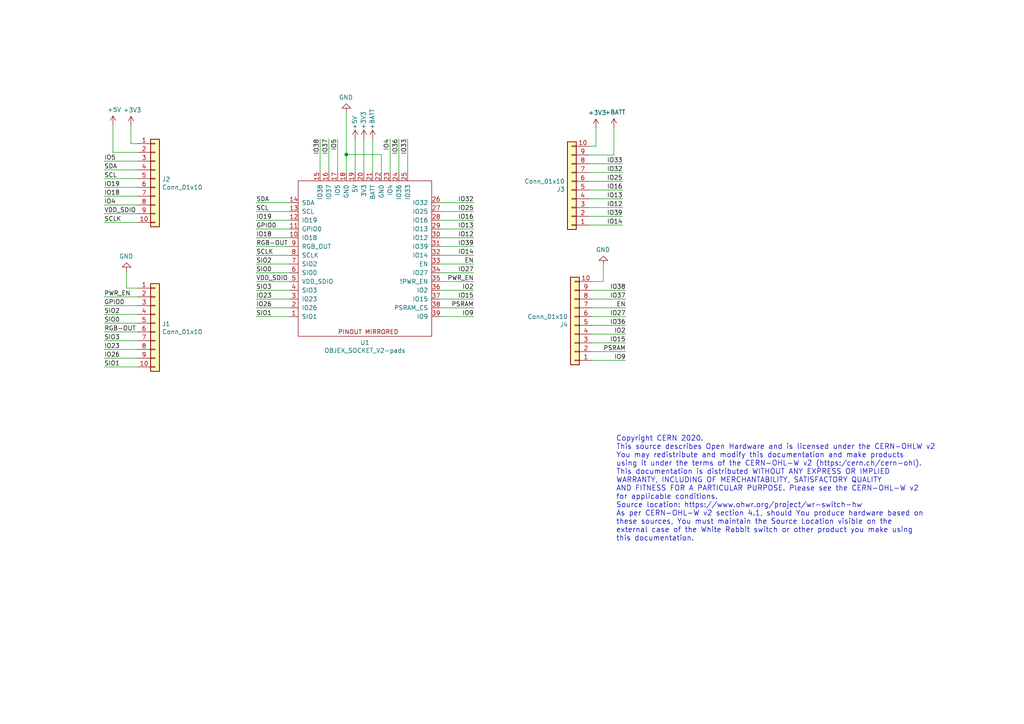
<source format=kicad_sch>
(kicad_sch (version 20211123) (generator eeschema)
  (paper "A4")
  (title_block (title "ProtoBoard for OBJEX Link ") (date "2021-11-04") (rev "2.0") (company "OBJEX") (comment 1 "Designer: Salvatore Raccardi"))
  (lib_symbols
    (symbol "Connector:OBJEX_SOCKET_V2-pads" (pin_names (offset 1.016))
      (property "Reference" "U" (at 0 1.905 0))
      (property "Value" "Connector_OBJEX_SOCKET_V2-pads" (at 0 1.905 0))
      (symbol "OBJEX_SOCKET_V2-pads_0_0"
        (text "PINOUT MIRRORED" (at 1.27 -52.705 0) (effects (font (size 1.27 1.27))))
      )
      (symbol "OBJEX_SOCKET_V2-pads_0_1"
        (rectangle (start -19.05 -8.89) (end 19.685 -53.975))
      )
      (symbol "OBJEX_SOCKET_V2-pads_1_1"
        (pin input line (at -21.59 -48.26 0) (length 2.54) (name "SIO1") (number "1"))
        (pin input line (at -21.59 -25.4 0) (length 2.54) (name "IO18") (number "10"))
        (pin input line (at -21.59 -22.86 0) (length 2.54) (name "GPIO0") (number "11"))
        (pin input line (at -21.59 -20.32 0) (length 2.54) (name "IO19") (number "12"))
        (pin input line (at -21.59 -17.78 0) (length 2.54) (name "SCL") (number "13"))
        (pin input line (at -21.59 -15.24 0) (length 2.54) (name "SDA") (number "14"))
        (pin input line (at -12.7 -6.35 270) (length 2.54) (name "IO38") (number "15"))
        (pin input line (at -10.16 -6.35 270) (length 2.54) (name "IO37") (number "16"))
        (pin input line (at -7.62 -6.35 270) (length 2.54) (name "IO5") (number "17"))
        (pin input line (at -5.08 -6.35 270) (length 2.54) (name "GND") (number "18"))
        (pin input line (at -2.54 -6.35 270) (length 2.54) (name "5V") (number "19"))
        (pin input line (at -21.59 -45.72 0) (length 2.54) (name "IO26") (number "2"))
        (pin input line (at 0 -6.35 270) (length 2.54) (name "3V3") (number "20"))
        (pin input line (at 2.54 -6.35 270) (length 2.54) (name "BATT") (number "21"))
        (pin input line (at 5.08 -6.35 270) (length 2.54) (name "GND") (number "22"))
        (pin input line (at 7.62 -6.35 270) (length 2.54) (name "IO4") (number "23"))
        (pin input line (at 10.16 -6.35 270) (length 2.54) (name "IO36") (number "24"))
        (pin input line (at 12.7 -6.35 270) (length 2.54) (name "IO33") (number "25"))
        (pin input line (at 22.225 -15.24 180) (length 2.54) (name "IO32") (number "26"))
        (pin input line (at 22.225 -17.78 180) (length 2.54) (name "IO25") (number "27"))
        (pin input line (at 22.225 -20.32 180) (length 2.54) (name "IO16") (number "28"))
        (pin input line (at 22.225 -22.86 180) (length 2.54) (name "IO13") (number "29"))
        (pin input line (at -21.59 -43.18 0) (length 2.54) (name "IO23") (number "3"))
        (pin input line (at 22.225 -25.4 180) (length 2.54) (name "IO12") (number "30"))
        (pin input line (at 22.225 -27.94 180) (length 2.54) (name "IO39") (number "31"))
        (pin input line (at 22.225 -30.48 180) (length 2.54) (name "IO14") (number "32"))
        (pin input line (at 22.225 -33.02 180) (length 2.54) (name "EN") (number "33"))
        (pin input line (at 22.225 -35.56 180) (length 2.54) (name "IO27") (number "34"))
        (pin input line (at 22.225 -38.1 180) (length 2.54) (name "!PWR_EN") (number "35"))
        (pin input line (at 22.225 -40.64 180) (length 2.54) (name "IO2") (number "36"))
        (pin input line (at 22.225 -43.18 180) (length 2.54) (name "IO15") (number "37"))
        (pin input line (at 22.225 -45.72 180) (length 2.54) (name "PSRAM_CS") (number "38"))
        (pin input line (at 22.225 -48.26 180) (length 2.54) (name "IO9") (number "39"))
        (pin input line (at -21.59 -40.64 0) (length 2.54) (name "SIO3~{}") (number "4"))
        (pin input line (at -21.59 -38.1 0) (length 2.54) (name "VDD_SDIO") (number "5"))
        (pin input line (at -21.59 -35.56 0) (length 2.54) (name "SIO0") (number "6"))
        (pin input line (at -21.59 -33.02 0) (length 2.54) (name "SIO2") (number "7"))
        (pin input line (at -21.59 -30.48 0) (length 2.54) (name "SCLK") (number "8"))
        (pin input line (at -21.59 -27.94 0) (length 2.54) (name "RGB_OUT") (number "9"))
      )
    )
    (symbol "Connector_Generic:Conn_01x10" (pin_names (offset 1.016) hide)
      (property "Reference" "J" (at 0 12.7 0))
      (property "Value" "Conn_01x10" (at 0 -15.24 0))
      (symbol "Conn_01x10_1_1"
        (rectangle (start -1.27 -12.573) (end 0 -12.827) (stroke (width 0.1524)))
        (rectangle (start -1.27 -10.033) (end 0 -10.287) (stroke (width 0.1524)))
        (rectangle (start -1.27 -7.493) (end 0 -7.747) (stroke (width 0.1524)))
        (rectangle (start -1.27 -4.953) (end 0 -5.207) (stroke (width 0.1524)))
        (rectangle (start -1.27 -2.413) (end 0 -2.667) (stroke (width 0.1524)))
        (rectangle (start -1.27 0.127) (end 0 -0.127) (stroke (width 0.1524)))
        (rectangle (start -1.27 2.667) (end 0 2.413) (stroke (width 0.1524)))
        (rectangle (start -1.27 5.207) (end 0 4.953) (stroke (width 0.1524)))
        (rectangle (start -1.27 7.747) (end 0 7.493) (stroke (width 0.1524)))
        (rectangle (start -1.27 10.287) (end 0 10.033) (stroke (width 0.1524)))
        (rectangle (start -1.27 11.43) (end 1.27 -13.97) (stroke (width 0.254)) (fill (type background)))
        (pin passive line (at -5.08 10.16 0) (length 3.81) (name "Pin_1") (number "1"))
        (pin passive line (at -5.08 -12.7 0) (length 3.81) (name "Pin_10") (number "10"))
        (pin passive line (at -5.08 7.62 0) (length 3.81) (name "Pin_2") (number "2"))
        (pin passive line (at -5.08 5.08 0) (length 3.81) (name "Pin_3") (number "3"))
        (pin passive line (at -5.08 2.54 0) (length 3.81) (name "Pin_4") (number "4"))
        (pin passive line (at -5.08 0 0) (length 3.81) (name "Pin_5") (number "5"))
        (pin passive line (at -5.08 -2.54 0) (length 3.81) (name "Pin_6") (number "6"))
        (pin passive line (at -5.08 -5.08 0) (length 3.81) (name "Pin_7") (number "7"))
        (pin passive line (at -5.08 -7.62 0) (length 3.81) (name "Pin_8") (number "8"))
        (pin passive line (at -5.08 -10.16 0) (length 3.81) (name "Pin_9") (number "9"))
      )
    )
    (symbol "power:+3V3" (power) (pin_names (offset 0))
      (property "Value" "+3V3" (at 0 3.556 0))
      (symbol "+3V3_0_1"
        (polyline (pts (xy -0.762 1.27) (xy 0 2.54)))
        (polyline (pts (xy 0 0) (xy 0 2.54)))
        (polyline (pts (xy 0 2.54) (xy 0.762 1.27)))
      )
      (symbol "+3V3_1_1"
        (pin power_in line (at 0 0 90) (length 0) hide (name "+3V3") (number "1"))
      )
    )
    (symbol "power:+5V" (power) (pin_names (offset 0))
      (property "Value" "+5V" (at 0 3.556 0))
      (symbol "+5V_0_1"
        (polyline (pts (xy -0.762 1.27) (xy 0 2.54)))
        (polyline (pts (xy 0 0) (xy 0 2.54)))
        (polyline (pts (xy 0 2.54) (xy 0.762 1.27)))
      )
      (symbol "+5V_1_1"
        (pin power_in line (at 0 0 90) (length 0) hide (name "+5V") (number "1"))
      )
    )
    (symbol "power:+BATT" (power) (pin_names (offset 0))
      (property "Value" "+BATT" (at 0 3.556 0))
      (symbol "+BATT_0_1"
        (polyline (pts (xy -0.762 1.27) (xy 0 2.54)))
        (polyline (pts (xy 0 0) (xy 0 2.54)))
        (polyline (pts (xy 0 2.54) (xy 0.762 1.27)))
      )
      (symbol "+BATT_1_1"
        (pin power_in line (at 0 0 90) (length 0) hide (name "+BATT") (number "1"))
      )
    )
    (symbol "power:GND" (power) (pin_names (offset 0))
      (property "Value" "GND" (at 0 -3.81 0))
      (symbol "GND_0_1"
        (polyline (pts (xy 0 0) (xy 0 -1.27) (xy 1.27 -1.27) (xy 0 -2.54) (xy -1.27 -1.27) (xy 0 -1.27)))
      )
      (symbol "GND_1_1"
        (pin power_in line (at 0 0 270) (length 0) hide (name "GND") (number "1"))
      )
    )
  )
  (junction (at 100.457 44.831))
  (wire (pts (xy 39.878 41.656) (xy 37.973 41.656)))
  (wire (pts (xy 137.414 71.501) (xy 127.762 71.501)))
  (wire (pts (xy 30.226 86.106) (xy 39.878 86.106)))
  (wire (pts (xy 137.414 76.581) (xy 127.762 76.581)))
  (wire (pts (xy 178.054 44.958) (xy 178.054 36.957)))
  (wire (pts (xy 137.414 81.661) (xy 127.762 81.661)))
  (wire (pts (xy 181.483 99.441) (xy 171.831 99.441)))
  (wire (pts (xy 137.414 89.281) (xy 127.762 89.281)))
  (wire (pts (xy 83.947 84.201) (xy 74.295 84.201)))
  (wire (pts (xy 137.414 74.041) (xy 127.762 74.041)))
  (wire (pts (xy 39.878 51.816) (xy 30.226 51.816)))
  (wire (pts (xy 113.157 49.911) (xy 113.157 40.259)))
  (wire (pts (xy 100.457 44.831) (xy 100.457 32.639)))
  (wire (pts (xy 137.414 91.821) (xy 127.762 91.821)))
  (wire (pts (xy 39.878 46.736) (xy 30.226 46.736)))
  (wire (pts (xy 83.947 89.281) (xy 74.295 89.281)))
  (wire (pts (xy 39.878 56.896) (xy 30.226 56.896)))
  (wire (pts (xy 39.878 44.196) (xy 32.766 44.196)))
  (wire (pts (xy 39.878 91.186) (xy 30.226 91.186)))
  (wire (pts (xy 175.006 76.835) (xy 175.006 81.661)))
  (wire (pts (xy 83.947 76.581) (xy 74.295 76.581)))
  (wire (pts (xy 95.377 49.911) (xy 95.377 40.259)))
  (wire (pts (xy 39.878 103.886) (xy 30.226 103.886)))
  (wire (pts (xy 181.483 101.981) (xy 171.831 101.981)))
  (wire (pts (xy 39.878 96.266) (xy 30.226 96.266)))
  (wire (pts (xy 180.594 47.498) (xy 170.942 47.498)))
  (wire (pts (xy 137.414 68.961) (xy 127.762 68.961)))
  (wire (pts (xy 180.594 52.578) (xy 170.942 52.578)))
  (wire (pts (xy 115.697 40.259) (xy 115.697 49.911)))
  (wire (pts (xy 180.594 65.278) (xy 170.942 65.278)))
  (wire (pts (xy 39.878 61.976) (xy 30.226 61.976)))
  (wire (pts (xy 83.947 91.821) (xy 74.295 91.821)))
  (wire (pts (xy 181.483 91.821) (xy 171.831 91.821)))
  (wire (pts (xy 181.483 89.281) (xy 171.831 89.281)))
  (wire (pts (xy 171.831 86.741) (xy 181.483 86.741)))
  (wire (pts (xy 83.947 63.881) (xy 74.295 63.881)))
  (wire (pts (xy 171.831 84.201) (xy 181.483 84.201)))
  (wire (pts (xy 137.414 58.801) (xy 127.762 58.801)))
  (wire (pts (xy 181.483 96.901) (xy 171.831 96.901)))
  (wire (pts (xy 39.878 59.436) (xy 30.226 59.436)))
  (wire (pts (xy 39.878 101.346) (xy 30.226 101.346)))
  (wire (pts (xy 83.947 68.961) (xy 74.295 68.961)))
  (wire (pts (xy 83.947 66.421) (xy 74.295 66.421)))
  (wire (pts (xy 118.237 40.259) (xy 118.237 49.911)))
  (wire (pts (xy 137.414 66.421) (xy 127.762 66.421)))
  (wire (pts (xy 175.006 81.661) (xy 171.831 81.661)))
  (wire (pts (xy 39.878 88.646) (xy 30.226 88.646)))
  (wire (pts (xy 172.847 42.418) (xy 172.847 37.084)))
  (wire (pts (xy 83.947 81.661) (xy 74.295 81.661)))
  (wire (pts (xy 172.847 42.418) (xy 170.942 42.418)))
  (wire (pts (xy 83.947 61.341) (xy 74.295 61.341)))
  (wire (pts (xy 137.414 63.881) (xy 127.762 63.881)))
  (wire (pts (xy 83.947 74.041) (xy 74.295 74.041)))
  (wire (pts (xy 36.703 83.566) (xy 36.703 78.74)))
  (wire (pts (xy 83.947 86.741) (xy 74.295 86.741)))
  (wire (pts (xy 108.077 40.259) (xy 108.077 49.911)))
  (wire (pts (xy 37.973 41.656) (xy 37.973 36.322)))
  (wire (pts (xy 180.594 55.118) (xy 170.942 55.118)))
  (wire (pts (xy 180.594 57.658) (xy 170.942 57.658)))
  (wire (pts (xy 83.947 71.501) (xy 74.295 71.501)))
  (wire (pts (xy 83.947 79.121) (xy 74.295 79.121)))
  (wire (pts (xy 180.594 50.038) (xy 170.942 50.038)))
  (wire (pts (xy 110.617 49.911) (xy 110.617 44.831)))
  (wire (pts (xy 181.483 94.361) (xy 171.831 94.361)))
  (wire (pts (xy 137.414 61.341) (xy 127.762 61.341)))
  (wire (pts (xy 137.414 86.741) (xy 127.762 86.741)))
  (wire (pts (xy 92.837 49.911) (xy 92.837 40.259)))
  (wire (pts (xy 178.054 44.958) (xy 170.942 44.958)))
  (wire (pts (xy 39.878 83.566) (xy 36.703 83.566)))
  (wire (pts (xy 39.878 106.426) (xy 30.226 106.426)))
  (wire (pts (xy 180.594 60.198) (xy 170.942 60.198)))
  (wire (pts (xy 83.947 58.801) (xy 74.295 58.801)))
  (wire (pts (xy 110.617 44.831) (xy 100.457 44.831)))
  (wire (pts (xy 102.997 49.911) (xy 102.997 40.259)))
  (wire (pts (xy 39.878 54.356) (xy 30.226 54.356)))
  (wire (pts (xy 32.766 44.196) (xy 32.766 36.195)))
  (wire (pts (xy 100.457 49.911) (xy 100.457 44.831)))
  (wire (pts (xy 39.878 49.276) (xy 30.226 49.276)))
  (wire (pts (xy 137.414 79.121) (xy 127.762 79.121)))
  (wire (pts (xy 105.537 40.259) (xy 105.537 49.911)))
  (wire (pts (xy 39.878 98.806) (xy 30.226 98.806)))
  (wire (pts (xy 97.917 49.911) (xy 97.917 40.259)))
  (wire (pts (xy 39.878 64.516) (xy 30.226 64.516)))
  (wire (pts (xy 39.878 93.726) (xy 30.226 93.726)))
  (wire (pts (xy 180.594 62.738) (xy 170.942 62.738)))
  (wire (pts (xy 181.483 104.521) (xy 171.831 104.521)))
  (wire (pts (xy 137.414 84.201) (xy 127.762 84.201)))
  (text "Copyright CERN 2020.\nThis source describes Open Hardware and is licensed under the CERN-OHLW v2\nYou may redistribute and modify this documentation and make products\nusing it under the terms of the CERN-OHL-W v2 (https:/cern.ch/cern-ohl).\nThis documentation is distributed WITHOUT ANY EXPRESS OR IMPLIED\nWARRANTY, INCLUDING OF MERCHANTABILITY, SATISFACTORY QUALITY\nAND FITNESS FOR A PARTICULAR PURPOSE. Please see the CERN-OHL-W v2\nfor applicable conditions.\nSource location: https://www.ohwr.org/project/wr-switch-hw\nAs per CERN-OHL-W v2 section 4.1, should You produce hardware based on\nthese sources, You must maintain the Source Location visible on the\nexternal case of the White Rabbit switch or other product you make using\nthis documentation." (at 178.689 157.099 0) (effects (font (size 1.4986 1.4986)) (justify left bottom)))
  (label "IO32" (at 137.414 58.801 180))
  (label "SCLK" (at 74.295 74.041 0))
  (label "IO33" (at 180.594 47.498 180))
  (label "IO23" (at 74.295 86.741 0))
  (label "IO2" (at 181.483 96.901 180))
  (label "IO25" (at 180.594 52.578 180))
  (label "IO18" (at 30.226 56.896 0))
  (label "PSRAM" (at 137.414 89.281 180))
  (label "SIO0" (at 74.295 79.121 0))
  (label "IO27" (at 181.483 91.821 180))
  (label "IO16" (at 180.594 55.118 180))
  (label "IO19" (at 74.295 63.881 0))
  (label "GPIO0" (at 74.295 66.421 0))
  (label "IO5" (at 30.226 46.736 0))
  (label "SCL" (at 74.295 61.341 0))
  (label "IO23" (at 30.226 101.346 0))
  (label "IO33" (at 118.237 40.259 270))
  (label "IO2" (at 137.414 84.201 180))
  (label "PWR_EN" (at 30.226 86.106 0))
  (label "IO13" (at 137.414 66.421 180))
  (label "IO39" (at 180.594 62.738 180))
  (label "IO19" (at 30.226 54.356 0))
  (label "IO39" (at 137.414 71.501 180))
  (label "IO26" (at 30.226 103.886 0))
  (label "SDA" (at 74.295 58.801 0))
  (label "IO25" (at 137.414 61.341 180))
  (label "SIO0" (at 30.226 93.726 0))
  (label "IO15" (at 181.483 99.441 180))
  (label "IO4" (at 30.226 59.436 0))
  (label "VDD_SDIO" (at 30.226 61.976 0))
  (label "IO36" (at 181.483 94.361 180))
  (label "PSRAM" (at 181.483 101.981 180))
  (label "RGB-OUT" (at 74.295 71.501 0))
  (label "VDD_SDIO" (at 74.295 81.661 0))
  (label "IO9" (at 137.414 91.821 180))
  (label "SDA" (at 30.226 49.276 0))
  (label "IO15" (at 137.414 86.741 180))
  (label "PWR_EN" (at 137.414 81.661 180))
  (label "IO13" (at 180.594 57.658 180))
  (label "EN" (at 137.414 76.581 180))
  (label "GPIO0" (at 30.226 88.646 0))
  (label "IO14" (at 137.414 74.041 180))
  (label "IO16" (at 137.414 63.881 180))
  (label "SIO1" (at 30.226 106.426 0))
  (label "SIO3" (at 74.295 84.201 0))
  (label "IO4" (at 113.157 40.259 270))
  (label "SIO3" (at 30.226 98.806 0))
  (label "IO12" (at 180.594 60.198 180))
  (label "IO12" (at 137.414 68.961 180))
  (label "IO14" (at 180.594 65.278 180))
  (label "IO27" (at 137.414 79.121 180))
  (label "SIO1" (at 74.295 91.821 0))
  (label "IO26" (at 74.295 89.281 0))
  (label "IO37" (at 181.483 86.741 180))
  (label "IO5" (at 97.917 40.259 270))
  (label "SIO2" (at 74.295 76.581 0))
  (label "IO38" (at 181.483 84.201 180))
  (label "IO37" (at 95.377 40.259 270))
  (label "SCLK" (at 30.226 64.516 0))
  (label "SIO2" (at 30.226 91.186 0))
  (label "IO36" (at 115.697 40.259 270))
  (label "IO38" (at 92.837 40.259 270))
  (label "EN" (at 181.483 89.281 180))
  (label "RGB-OUT" (at 30.226 96.266 0))
  (label "IO18" (at 74.295 68.961 0))
  (label "SCL" (at 30.226 51.816 0))
  (label "IO9" (at 181.483 104.521 180))
  (label "IO32" (at 180.594 50.038 180))
  (symbol (lib_id "power:+3V3") (at 37.973 36.322 0) (unit 1)
    (property "Reference" "#PWR0108" (effects hide))
    (property "Value" "+3V3" (at 38.354 31.9278 0))
  )
  (symbol (lib_id "power:+5V") (at 32.766 36.195 0) (unit 1)
    (property "Reference" "#PWR0109" (effects hide))
    (property "Value" "+5V" (at 33.147 31.8008 0))
  )
  (symbol (lib_id "power:+3V3") (at 172.847 37.084 0) (unit 1)
    (property "Reference" "#PWR0110" (effects hide))
    (property "Value" "+3V3" (at 173.228 32.6898 0))
  )
  (symbol (lib_id "Connector_Generic:Conn_01x10") (at 44.958 51.816 0) (unit 1)
    (property "Reference" "J2" (at 46.99 52.0192 0) (effects (justify left)))
    (property "Value" "Conn_01x10" (at 46.99 54.3306 0) (effects (justify left)))
    (property "Footprint" "Connector_PinHeader_2.54mm:PinHeader_1x10_P2.54mm_Vertical" (effects hide))
  )
  (symbol (lib_id "Connector_Generic:Conn_01x10") (at 44.958 93.726 0) (unit 1)
    (property "Reference" "J1" (at 46.99 93.9292 0) (effects (justify left)))
    (property "Value" "Conn_01x10" (at 46.99 96.2406 0) (effects (justify left)))
    (property "Footprint" "Connector_PinHeader_2.54mm:PinHeader_1x10_P2.54mm_Vertical" (effects hide))
  )
  (symbol (lib_id "power:GND") (at 36.703 78.74 180) (unit 1)
    (property "Reference" "#PWR0106" (effects hide))
    (property "Value" "GND" (at 36.576 74.3458 0))
  )
  (symbol (lib_id "Connector_Generic:Conn_01x10") (at 165.862 55.118 180) (unit 1)
    (property "Reference" "J3" (at 163.83 54.9148 0) (effects (justify left)))
    (property "Value" "Conn_01x10" (at 163.83 52.6034 0) (effects (justify left)))
    (property "Footprint" "Connector_PinHeader_2.54mm:PinHeader_1x10_P2.54mm_Vertical" (effects hide))
  )
  (symbol (lib_id "Connector_Generic:Conn_01x10") (at 166.751 94.361 180) (unit 1)
    (property "Reference" "J4" (at 164.719 94.1578 0) (effects (justify left)))
    (property "Value" "Conn_01x10" (at 164.719 91.8464 0) (effects (justify left)))
    (property "Footprint" "Connector_PinHeader_2.54mm:PinHeader_1x10_P2.54mm_Vertical" (effects hide))
  )
  (symbol (lib_id "power:GND") (at 175.006 76.835 180) (unit 1)
    (property "Reference" "#PWR0107" (effects hide))
    (property "Value" "GND" (at 174.879 72.4408 0))
  )
  (symbol (lib_id "Connector:OBJEX_SOCKET_V2-pads") (at 105.537 43.561 0) (unit 1)
    (property "Reference" "U1" (at 105.8418 99.3648 0))
    (property "Value" "OBJEX_SOCKET_V2-pads" (at 105.8418 101.6762 0))
    (property "Footprint" "Connector:OBJEX_Link-Pads" (effects hide))
  )
  (symbol (lib_id "power:GND") (at 100.457 32.639 180) (unit 1)
    (property "Reference" "#PWR0101" (effects hide))
    (property "Value" "GND" (at 100.33 28.2448 0))
  )
  (symbol (lib_id "power:+5V") (at 102.997 40.259 0) (unit 1)
    (property "Reference" "#PWR0102" (effects hide))
    (property "Value" "+5V" (at 102.87 35.56 90))
  )
  (symbol (lib_id "power:+3V3") (at 105.537 40.259 0) (unit 1)
    (property "Reference" "#PWR0103" (effects hide))
    (property "Value" "+3V3" (at 105.41 34.925 90))
  )
  (symbol (lib_id "power:+BATT") (at 108.077 40.259 0) (unit 1)
    (property "Reference" "#PWR0104" (effects hide))
    (property "Value" "+BATT" (at 107.95 34.544 90))
  )
  (symbol (lib_id "power:+BATT") (at 178.054 36.957 0) (unit 1)
    (property "Reference" "#PWR0105" (effects hide))
    (property "Value" "+BATT" (at 178.435 32.5628 0))
  )
)
</source>
